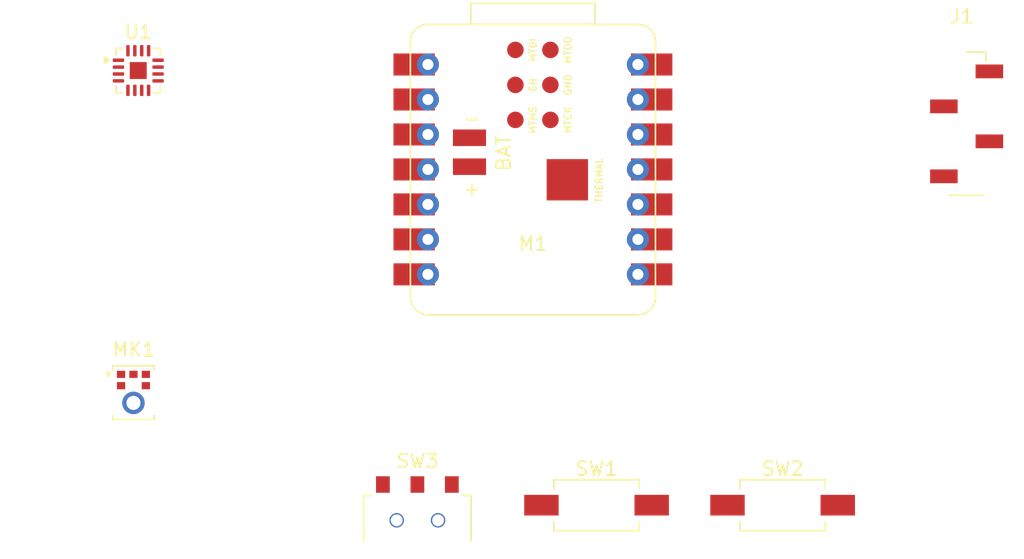
<source format=kicad_pcb>
(kicad_pcb (version 20241229) (generator "pcbnew") (generator_version "9.0")
  (layers (0 "F.Cu" signal) (2 "B.Cu" signal) (13 "F.Paste" user) (15 "B.Paste" user) (5 "F.SilkS" user "F.Silkscreen") (7 "B.SilkS" user "B.Silkscreen") (1 "F.Mask" user) (3 "B.Mask" user) (25 "Edge.Cuts" user))
  (net 0 "")
  (net 1 "PIN D4")
  (net 2 "PIN D6")
  (net 3 "PIN D5")
  (net 4 "PIN D7")
  (net 6 "BTN3")
  (net 7 "power")
  (net 14 "BTN2")
  (net 15 "BCLK")
  (net 16 "BTN1")
  (net 18 "LRCLK")
  (net 20 "ground")
  (net 21 "DIN")
  (net 22 "DOUT")
  (footprint "fab:SeeedStudio_XIAO_ESP32C3" (layer "F.Cu") (at 121.88 68.62)
    (property "Reference" "M1" (at 0 5.39 0) (layer "F.SilkS"))
    (property "Value" "Module_XIAO-ESP32C3")
    (fp_line (start -8.8875 9.281) (end -8.8875 -9.261) (stroke (width 0.12)) (layer "F.SilkS"))
    (fp_line (start -7.6175 -10.531) (end 7.6225 -10.531) (stroke (width 0.12)) (layer "F.SilkS"))
    (fp_line (start 7.6225 10.551) (end -7.6175 10.551) (stroke (width 0.12)) (layer "F.SilkS"))
    (fp_line (start 8.8925 -9.261) (end 8.8925 9.281) (stroke (width 0.12)) (layer "F.SilkS"))
    (fp_rect (start -4.4975 -10.531) (end 4.5025 -12.055) (stroke (width 0.12)) (fill no) (layer "F.SilkS"))
    (fp_arc (start -8.8875 -9.261) (mid -8.515526 -10.159026) (end -7.6175 -10.531) (stroke (width 0.12)) (layer "F.SilkS"))
    (fp_arc (start -7.6175 10.551) (mid -8.515526 10.179026) (end -8.8875 9.281) (stroke (width 0.12)) (layer "F.SilkS"))
    (fp_arc (start 7.6225 -10.531) (mid 8.520526 -10.159026) (end 8.8925 -9.261) (stroke (width 0.12)) (layer "F.SilkS"))
    (fp_arc (start 8.8925 9.281) (mid 8.520526 10.179026) (end 7.6225 10.551) (stroke (width 0.12)) (layer "F.SilkS"))
    (fp_text user "+" (at -4.4 1.4 0) (layer "F.SilkS"))
    (fp_text user "GND" (at 2.54 -6.14 90) (layer "F.SilkS") (effects (font (size 0.5 0.5) (thickness 0.1) (bold yes))))
    (fp_text user "THERMAL" (at 4.8 0.8 90) (layer "F.SilkS") (effects (font (size 0.5 0.5) (thickness 0.1) (bold yes))))
    (fp_text user "BAT" (at -2.7 -1.2 90) (layer "F.SilkS") (effects (justify top)))
    (fp_text user "MTCK" (at 2.54 -3.6 90) (layer "F.SilkS") (effects (font (size 0.5 0.5) (thickness 0.1) (bold yes))))
    (fp_text user "MTDO" (at 2.54 -8.68 90) (layer "F.SilkS") (effects (font (size 0.5 0.5) (thickness 0.1) (bold yes))))
    (fp_text user "MTDI" (at 0 -8.68 90) (layer "F.SilkS") (effects (font (size 0.5 0.5) (thickness 0.1) (bold yes))))
    (fp_text user "-" (at -4.4 -3.7 0) (layer "F.SilkS"))
    (fp_text user "MTMS" (at 0 -3.6 90) (layer "F.SilkS") (effects (font (size 0.5 0.5) (thickness 0.1) (bold yes))))
    (fp_text user "EN" (at 0 -6.14 90) (layer "F.SilkS") (effects (font (size 0.5 0.5) (thickness 0.1) (bold yes))))
    (pad "1" thru_hole circle (at -7.615 -7.62) (size 1.6 1.6) (drill 0.8) (layers "*.Cu" "*.Mask") (net 15 "BCLK"))
    (pad "1" smd rect (at -7.615 -7.62) (size 3 1.6) (drill (offset -1 0)) (layers "F.Cu" "F.Mask" "F.Paste") (net 15 "BCLK"))
    (pad "2" thru_hole circle (at -7.615 -5.08) (size 1.6 1.6) (drill 0.8) (layers "*.Cu" "*.Mask") (net 18 "LRCLK"))
    (pad "2" smd rect (at -7.615 -5.08) (size 3 1.6) (drill (offset -1 0)) (layers "F.Cu" "F.Mask" "F.Paste") (net 18 "LRCLK"))
    (pad "3" thru_hole circle (at -7.615 -2.54) (size 1.6 1.6) (drill 0.8) (layers "*.Cu" "*.Mask") (net 21 "DIN"))
    (pad "3" smd rect (at -7.615 -2.54) (size 3 1.6) (drill (offset -1 0)) (layers "F.Cu" "F.Mask" "F.Paste") (net 21 "DIN"))
    (pad "4" thru_hole circle (at -7.615 0) (size 1.6 1.6) (drill 0.8) (layers "*.Cu" "*.Mask") (net 22 "DOUT"))
    (pad "4" smd rect (at -7.615 0) (size 3 1.6) (drill (offset -1 0)) (layers "F.Cu" "F.Mask" "F.Paste") (net 22 "DOUT"))
    (pad "5" thru_hole circle (at -7.615 2.54) (size 1.6 1.6) (drill 0.8) (layers "*.Cu" "*.Mask") (net 16 "BTN1"))
    (pad "5" smd rect (at -7.615 2.54) (size 3 1.6) (drill (offset -1 0)) (layers "F.Cu" "F.Mask" "F.Paste") (net 16 "BTN1"))
    (pad "6" thru_hole circle (at -7.615 5.08) (size 1.6 1.6) (drill 0.8) (layers "*.Cu" "*.Mask") (net 14 "BTN2"))
    (pad "6" smd rect (at -7.615 5.08) (size 3 1.6) (drill (offset -1 0)) (layers "F.Cu" "F.Mask" "F.Paste") (net 14 "BTN2"))
    (pad "7" thru_hole circle (at -7.615 7.62) (size 1.6 1.6) (drill 0.8) (layers "*.Cu" "*.Mask") (net 6 "BTN3"))
    (pad "7" smd rect (at -7.615 7.62) (size 3 1.6) (drill (offset -1 0)) (layers "F.Cu" "F.Mask" "F.Paste") (net 6 "BTN3"))
    (pad "8" thru_hole circle (at 7.62 7.62) (size 1.6 1.6) (drill 0.8) (layers "*.Cu" "*.Mask") (net 1 "PIN D4"))
    (pad "8" smd rect (at 7.62 7.62) (size 3 1.6) (drill (offset 1 0)) (layers "F.Cu" "F.Mask" "F.Paste") (net 1 "PIN D4"))
    (pad "9" thru_hole circle (at 7.62 5.08) (size 1.6 1.6) (drill 0.8) (layers "*.Cu" "*.Mask") (net 3 "PIN D5"))
    (pad "9" smd rect (at 7.62 5.08) (size 3 1.6) (drill (offset 1 0)) (layers "F.Cu" "F.Mask" "F.Paste") (net 3 "PIN D5"))
    (pad "10" thru_hole circle (at 7.62 2.54) (size 1.6 1.6) (drill 0.8) (layers "*.Cu" "*.Mask") (net 2 "PIN D6"))
    (pad "10" smd rect (at 7.62 2.54) (size 3 1.6) (drill (offset 1 0)) (layers "F.Cu" "F.Mask" "F.Paste") (net 2 "PIN D6"))
    (pad "11" thru_hole circle (at 7.62 0) (size 1.6 1.6) (drill 0.8) (layers "*.Cu" "*.Mask") (net 4 "PIN D7"))
    (pad "11" smd rect (at 7.62 0) (size 3 1.6) (drill (offset 1 0)) (layers "F.Cu" "F.Mask" "F.Paste") (net 4 "PIN D7"))
    (pad "12" thru_hole circle (at 7.62 -2.54) (size 1.6 1.6) (drill 0.8) (layers "*.Cu" "*.Mask") (net 7 "power"))
    (pad "12" smd rect (at 7.62 -2.54) (size 3 1.6) (drill (offset 1 0)) (layers "F.Cu" "F.Mask" "F.Paste") (net 7 "power"))
    (pad "13" thru_hole circle (at 7.62 -5.08) (size 1.6 1.6) (drill 0.8) (layers "*.Cu" "*.Mask") (net 20 "ground"))
    (pad "13" smd rect (at 7.62 -5.08) (size 3 1.6) (drill (offset 1 0)) (layers "F.Cu" "F.Mask" "F.Paste") (net 20 "ground"))
    (pad "14" thru_hole circle (at 7.62 -7.62) (size 1.6 1.6) (drill 0.8) (layers "*.Cu" "*.Mask"))
    (pad "14" smd rect (at 7.62 -7.62) (size 3 1.6) (drill (offset 1 0)) (layers "F.Cu" "F.Mask" "F.Paste"))
    (pad "15" smd rect (at -4.6 -2.3) (size 2.4 1.2) (layers "F.Cu" "F.Mask" "F.Paste"))
    (pad "16" smd rect (at -4.6 -0.2) (size 2.4 1.2) (layers "F.Cu" "F.Mask" "F.Paste"))
    (pad "17" smd circle (at -1.27 -8.68) (size 1.2 1.2) (layers "F.Cu" "F.Mask" "F.Paste"))
    (pad "18" smd circle (at -1.27 -6.14) (size 1.2 1.2) (layers "F.Cu" "F.Mask" "F.Paste"))
    (pad "19" smd circle (at -1.27 -3.6) (size 1.2 1.2) (layers "F.Cu" "F.Mask" "F.Paste"))
    (pad "20" smd circle (at 1.27 -3.6) (size 1.2 1.2) (layers "F.Cu" "F.Mask" "F.Paste"))
    (pad "21" smd circle (at 1.27 -6.14) (size 1.2 1.2) (layers "F.Cu" "F.Mask" "F.Paste"))
    (pad "22" smd circle (at 1.27 -8.68) (size 1.2 1.2) (layers "F.Cu" "F.Mask" "F.Paste"))
    (pad "23" smd rect (at 2.5 0.75) (size 3 3) (layers "F.Cu" "F.Mask" "F.Paste"))
  )
  (footprint "fab:Button_CnK_PTS636.0_6x3.5mm" (layer "F.Cu") (at 140 93)
    (property "Reference" "SW2" (at 0 -2.65 0) (layer "F.SilkS"))
    (property "Value" "PTT BTN2")
    (fp_line (start -3.1 -1.85) (end -3.1 -1.2) (stroke (width 0.12)) (layer "F.SilkS"))
    (fp_line (start -3.1 1.2) (end -3.1 1.85) (stroke (width 0.12)) (layer "F.SilkS"))
    (fp_line (start -3.1 1.85) (end 3.1 1.85) (stroke (width 0.12)) (layer "F.SilkS"))
    (fp_line (start 3.1 -1.85) (end -3.1 -1.85) (stroke (width 0.12)) (layer "F.SilkS"))
    (fp_line (start 3.1 -1.85) (end 3.1 -1.2) (stroke (width 0.12)) (layer "F.SilkS"))
    (fp_line (start 3.1 1.85) (end 3.1 1.2) (stroke (width 0.12)) (layer "F.SilkS"))
    (pad "1" smd rect (at -4 0) (size 2.5 1.5) (layers "F.Cu" "F.Mask" "F.Paste") (net 20 "ground"))
    (pad "2" smd rect (at 4 0) (size 2.5 1.5) (layers "F.Cu" "F.Mask" "F.Paste") (net 14 "BTN2"))
  )
  (footprint "fab:Switch_Slide_RightAngle_CnK_AYZ0102AGRLC_7.2x3mm" (layer "F.Cu") (at 113.5 94.1)
    (property "Reference" "SW3" (at 0 -4.3 0) (layer "F.SilkS"))
    (property "Value" "MODE SWITCH")
    (fp_line (start -3.9 -1.8) (end -3.9 1.5) (stroke (width 0.12)) (layer "F.SilkS"))
    (fp_line (start -3.9 -1.8) (end -3.3 -1.8) (stroke (width 0.12)) (layer "F.SilkS"))
    (fp_line (start 3.9 -1.8) (end 3.3 -1.8) (stroke (width 0.12)) (layer "F.SilkS"))
    (fp_line (start 3.9 1.5) (end 3.9 -1.8) (stroke (width 0.12)) (layer "F.SilkS"))
    (pad "" thru_hole circle (at -1.5 0 90) (size 1.05 1.05) (drill 0.85) (layers "*.Cu" "*.Mask"))
    (pad "" thru_hole circle (at 1.5 0) (size 1.05 1.05) (drill 0.85) (layers "*.Cu" "*.Mask"))
    (pad "1" smd rect (at -2.5 -2.6) (size 1 1.2) (layers "F.Cu" "F.Mask" "F.Paste") (net 6 "BTN3"))
    (pad "2" smd rect (at 0 -2.6) (size 1 1.2) (layers "F.Cu" "F.Mask" "F.Paste") (net 20 "ground"))
    (pad "3" smd rect (at 2.5 -2.6) (size 1 1.2) (layers "F.Cu" "F.Mask" "F.Paste") (net 20 "ground"))
  )
  (footprint "fab:Button_CnK_PTS636.0_6x3.5mm" (layer "F.Cu") (at 126.5 93)
    (property "Reference" "SW1" (at 0 -2.65 0) (layer "F.SilkS"))
    (property "Value" "PTT BTN1")
    (fp_line (start -3.1 -1.85) (end -3.1 -1.2) (stroke (width 0.12)) (layer "F.SilkS"))
    (fp_line (start -3.1 1.2) (end -3.1 1.85) (stroke (width 0.12)) (layer "F.SilkS"))
    (fp_line (start -3.1 1.85) (end 3.1 1.85) (stroke (width 0.12)) (layer "F.SilkS"))
    (fp_line (start 3.1 -1.85) (end -3.1 -1.85) (stroke (width 0.12)) (layer "F.SilkS"))
    (fp_line (start 3.1 -1.85) (end 3.1 -1.2) (stroke (width 0.12)) (layer "F.SilkS"))
    (fp_line (start 3.1 1.85) (end 3.1 1.2) (stroke (width 0.12)) (layer "F.SilkS"))
    (pad "1" smd rect (at -4 0) (size 2.5 1.5) (layers "F.Cu" "F.Mask" "F.Paste") (net 20 "ground"))
    (pad "2" smd rect (at 4 0) (size 2.5 1.5) (layers "F.Cu" "F.Mask" "F.Paste") (net 16 "BTN1"))
  )
  (footprint "fab:PinSocket_01x04_P2.54mm_Vertical_SMD" (layer "F.Cu") (at 153.35 65.31)
    (property "Reference" "J1" (at -0.35 -7.81 180) (layer "F.SilkS"))
    (property "Value" "I2S Socket")
    (fp_line (start -1.27 5.19) (end 1.27 5.19) (stroke (width 0.12)) (layer "F.SilkS"))
    (fp_line (start 1.397 -5.207) (end 0 -5.207) (stroke (width 0.12)) (layer "F.SilkS"))
    (fp_line (start 1.397 -4.572) (end 1.397 -5.207) (stroke (width 0.12)) (layer "F.SilkS"))
    (pad "1" smd rect (at 1.65 -3.81) (size 2 1) (layers "F.Cu" "F.Mask" "F.Paste") (net 1 "PIN D4"))
    (pad "2" smd rect (at -1.65 -1.27) (size 2 1) (layers "F.Cu" "F.Mask" "F.Paste") (net 3 "PIN D5"))
    (pad "3" smd rect (at 1.65 1.27) (size 2 1) (layers "F.Cu" "F.Mask" "F.Paste") (net 2 "PIN D6"))
    (pad "4" smd rect (at -1.65 3.81) (size 2 1) (layers "F.Cu" "F.Mask" "F.Paste") (net 4 "PIN D7"))
  )
  (footprint "Package_DFN_QFN:TQFN-16-1EP_3x3mm_P0.5mm_EP1.23x1.23mm" (layer "F.Cu") (at 93.25 61.4375)
    (property "Reference" "U1" (at 0 -2.8 0) (layer "F.SilkS"))
    (property "Value" "MAX98357A")
    (fp_line (start -1.61 -1.61) (end -1.135 -1.61) (stroke (width 0.12)) (layer "F.SilkS"))
    (fp_line (start -1.61 -1.135) (end -1.61 -1.61) (stroke (width 0.12)) (layer "F.SilkS"))
    (fp_line (start -1.61 1.61) (end -1.61 1.135) (stroke (width 0.12)) (layer "F.SilkS"))
    (fp_line (start -1.135 1.61) (end -1.61 1.61) (stroke (width 0.12)) (layer "F.SilkS"))
    (fp_line (start 1.135 -1.61) (end 1.61 -1.61) (stroke (width 0.12)) (layer "F.SilkS"))
    (fp_line (start 1.61 -1.61) (end 1.61 -1.135) (stroke (width 0.12)) (layer "F.SilkS"))
    (fp_line (start 1.61 1.135) (end 1.61 1.61) (stroke (width 0.12)) (layer "F.SilkS"))
    (fp_line (start 1.61 1.61) (end 1.135 1.61) (stroke (width 0.12)) (layer "F.SilkS"))
    (fp_poly (pts (xy -2.12 -0.75) (xy -2.45 -0.51) (xy -2.45 -0.99)) (stroke (width 0.12)) (fill yes) (layer "F.SilkS"))
    (pad "1" smd roundrect (at -1.4375 -0.75) (size 0.825 0.25) (layers "F.Cu" "F.Mask" "F.Paste") (net 21 "DIN"))
    (pad "2" smd roundrect (at -1.4375 -0.25) (size 0.825 0.25) (layers "F.Cu" "F.Mask" "F.Paste"))
    (pad "3" smd roundrect (at -1.4375 0.25) (size 0.825 0.25) (layers "F.Cu" "F.Mask" "F.Paste") (net 20 "ground"))
    (pad "4" smd roundrect (at -1.4375 0.75) (size 0.825 0.25) (layers "F.Cu" "F.Mask" "F.Paste"))
    (pad "5" smd roundrect (at -0.75 1.4375) (size 0.25 0.825) (layers "F.Cu" "F.Mask" "F.Paste"))
    (pad "6" smd roundrect (at -0.25 1.4375) (size 0.25 0.825) (layers "F.Cu" "F.Mask" "F.Paste"))
    (pad "7" smd roundrect (at 0.25 1.4375) (size 0.25 0.825) (layers "F.Cu" "F.Mask" "F.Paste") (net 7 "power"))
    (pad "8" smd roundrect (at 0.75 1.4375) (size 0.25 0.825) (layers "F.Cu" "F.Mask" "F.Paste") (net 7 "power"))
    (pad "9" smd roundrect (at 1.4375 0.75) (size 0.825 0.25) (layers "F.Cu" "F.Mask" "F.Paste"))
    (pad "10" smd roundrect (at 1.4375 0.25) (size 0.825 0.25) (layers "F.Cu" "F.Mask" "F.Paste"))
    (pad "11" smd roundrect (at 1.4375 -0.25) (size 0.825 0.25) (layers "F.Cu" "F.Mask" "F.Paste") (net 20 "ground"))
    (pad "12" smd roundrect (at 1.4375 -0.75) (size 0.825 0.25) (layers "F.Cu" "F.Mask" "F.Paste"))
    (pad "13" smd roundrect (at 0.75 -1.4375) (size 0.25 0.825) (layers "F.Cu" "F.Mask" "F.Paste"))
    (pad "14" smd roundrect (at 0.25 -1.4375) (size 0.25 0.825) (layers "F.Cu" "F.Mask" "F.Paste") (net 18 "LRCLK"))
    (pad "15" smd roundrect (at -0.25 -1.4375) (size 0.25 0.825) (layers "F.Cu" "F.Mask" "F.Paste") (net 20 "ground"))
    (pad "16" smd roundrect (at -0.75 -1.4375) (size 0.25 0.825) (layers "F.Cu" "F.Mask" "F.Paste") (net 15 "BCLK"))
    (pad "17" smd rect (at 0 0) (size 1.23 1.23) (property pad_prop_heatsink) (layers "F.Cu" "F.Mask"))
  )
  (footprint "fab:Mic_MEMS_TDK_ICS-43434" (layer "F.Cu") (at 92.9 84.774)
    (property "Reference" "MK1" (at 0.03 -3.075 0) (layer "F.SilkS"))
    (property "Value" "Mic_MEMS_TDK_ICS-43434")
    (fp_line (start -1.5 -1.9) (end -1.5 -1.6) (stroke (width 0.12)) (layer "F.SilkS"))
    (fp_line (start -1.5 -1.9) (end 1.5 -1.9) (stroke (width 0.12)) (layer "F.SilkS"))
    (fp_line (start -1.5 2) (end -1.5 1.7) (stroke (width 0.12)) (layer "F.SilkS"))
    (fp_line (start 1.5 -1.9) (end 1.5 -1.6) (stroke (width 0.12)) (layer "F.SilkS"))
    (fp_line (start 1.5 2) (end -1.5 2) (stroke (width 0.12)) (layer "F.SilkS"))
    (fp_line (start 1.5 2) (end 1.5 1.7) (stroke (width 0.12)) (layer "F.SilkS"))
    (fp_poly (pts (xy -1.7 -1.3) (xy -1.9 -1.5) (xy -1.9 -1.1)) (stroke (width 0.1)) (fill yes) (layer "F.SilkS"))
    (pad "1" smd rect (at -0.9 -1.274) (size 0.6 0.522) (layers "F.Cu" "F.Mask" "F.Paste") (net 18 "LRCLK"))
    (pad "2" smd rect (at -0.9 -0.452) (size 0.6 0.522) (layers "F.Cu" "F.Mask" "F.Paste"))
    (pad "3" thru_hole circle (at 0 0.8) (size 1.625 1.625) (drill 1.025) (layers "*.Cu" "*.Mask") (net 20 "ground"))
    (pad "4" smd rect (at 0.9 -0.452) (size 0.6 0.522) (layers "F.Cu" "F.Mask" "F.Paste") (net 15 "BCLK"))
    (pad "5" smd rect (at 0.9 -1.274) (size 0.6 0.522) (layers "F.Cu" "F.Mask" "F.Paste") (net 7 "power"))
    (pad "6" smd rect (at 0 -1.274) (size 0.6 0.522) (layers "F.Cu" "F.Mask" "F.Paste") (net 22 "DOUT"))
  )
)
</source>
